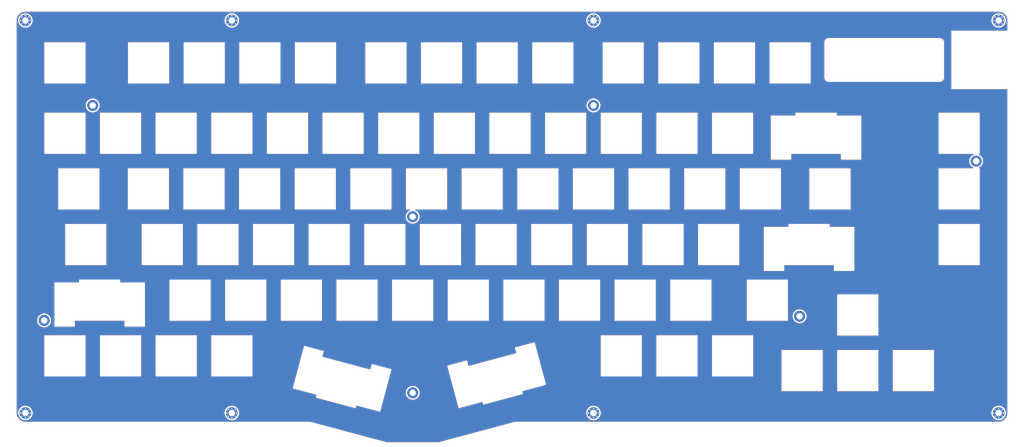
<source format=kicad_pcb>
(kicad_pcb (version 20221018) (generator pcbnew)
  (layers (0 "F.Cu" signal) (31 "B.Cu" signal) (34 "B.Paste" user) (35 "F.Paste" user) (36 "B.SilkS" user "B.Silkscreen") (37 "F.SilkS" user "F.Silkscreen") (38 "B.Mask" user) (39 "F.Mask" user) (44 "Edge.Cuts" user))
  (net 0 "")
  (net 1 "GND")
  (footprint "Keyboard:MountingHole_2.2mm_M2_Pad_Via" (layer "F.Cu") (at 239.5 57.57)
    (fp_text reference "MountBaseTop6" hide)
    (fp_text value "MountingHoleBaseTop1")
    (pad "1" thru_hole circle (at -1.65 0) (size 0.7 0.7) (drill 0.4) (layers "*.Cu" "*.Mask"))
    (pad "1" thru_hole circle (at -1.166726 -1.166726) (size 0.7 0.7) (drill 0.4) (layers "*.Cu" "*.Mask"))
    (pad "1" thru_hole circle (at -1.166726 1.166726) (size 0.7 0.7) (drill 0.4) (layers "*.Cu" "*.Mask"))
    (pad "1" thru_hole circle (at 0 -1.65) (size 0.7 0.7) (drill 0.4) (layers "*.Cu" "*.Mask"))
    (pad "1" thru_hole circle (at 0 0) (size 4 4) (drill 2.2) (layers "*.Cu" "*.Mask"))
    (pad "1" thru_hole circle (at 0 1.65) (size 0.7 0.7) (drill 0.4) (layers "*.Cu" "*.Mask"))
    (pad "1" thru_hole circle (at 1.166726 -1.166726) (size 0.7 0.7) (drill 0.4) (layers "*.Cu" "*.Mask"))
    (pad "1" thru_hole circle (at 1.166726 1.166726) (size 0.7 0.7) (drill 0.4) (layers "*.Cu" "*.Mask"))
    (pad "1" thru_hole circle (at 1.65 0) (size 0.7 0.7) (drill 0.4) (layers "*.Cu" "*.Mask"))
  )
  (footprint "Keyboard:MountingHole_2.2mm_M2_Pad_Via" (layer "F.Cu") (at 115.675 57.57)
    (fp_text reference "MountBaseTop4" hide)
    (fp_text value "MountingHoleBaseTop1")
    (pad "1" thru_hole circle (at -1.65 0) (size 0.7 0.7) (drill 0.4) (layers "*.Cu" "*.Mask"))
    (pad "1" thru_hole circle (at -1.166726 -1.166726) (size 0.7 0.7) (drill 0.4) (layers "*.Cu" "*.Mask"))
    (pad "1" thru_hole circle (at -1.166726 1.166726) (size 0.7 0.7) (drill 0.4) (layers "*.Cu" "*.Mask"))
    (pad "1" thru_hole circle (at 0 -1.65) (size 0.7 0.7) (drill 0.4) (layers "*.Cu" "*.Mask"))
    (pad "1" thru_hole circle (at 0 0) (size 4 4) (drill 2.2) (layers "*.Cu" "*.Mask"))
    (pad "1" thru_hole circle (at 0 1.65) (size 0.7 0.7) (drill 0.4) (layers "*.Cu" "*.Mask"))
    (pad "1" thru_hole circle (at 1.166726 -1.166726) (size 0.7 0.7) (drill 0.4) (layers "*.Cu" "*.Mask"))
    (pad "1" thru_hole circle (at 1.166726 1.166726) (size 0.7 0.7) (drill 0.4) (layers "*.Cu" "*.Mask"))
    (pad "1" thru_hole circle (at 1.65 0) (size 0.7 0.7) (drill 0.4) (layers "*.Cu" "*.Mask"))
  )
  (footprint "Keyboard:MountingHole_2.2mm_M2_Pad" (layer "F.Cu") (at 177.59 124.78)
    (fp_text reference "MountTopMiddle4")
    (fp_text value "MountTopMiddle")
    (pad "1" thru_hole circle (at 0 0) (size 3.8 3.8) (drill 2.2) (layers "*.Cu" "*.Mask"))
  )
  (footprint "Keyboard:MountingHole_2.2mm_M2_Pad" (layer "F.Cu") (at 68.05 86.67)
    (fp_text reference "MountTopMiddle2")
    (fp_text value "MountTopMiddle")
    (pad "1" thru_hole circle (at 0 0) (size 3.8 3.8) (drill 2.2) (layers "*.Cu" "*.Mask"))
  )
  (footprint "Keyboard:MountingHole_2.2mm_M2_Pad_Via" (layer "F.Cu") (at 378.225 191.97)
    (fp_text reference "MountBaseTop7" hide)
    (fp_text value "MountingHoleBaseTop1")
    (pad "1" thru_hole circle (at -1.65 0) (size 0.7 0.7) (drill 0.4) (layers "*.Cu" "*.Mask"))
    (pad "1" thru_hole circle (at -1.166726 -1.166726) (size 0.7 0.7) (drill 0.4) (layers "*.Cu" "*.Mask"))
    (pad "1" thru_hole circle (at -1.166726 1.166726) (size 0.7 0.7) (drill 0.4) (layers "*.Cu" "*.Mask"))
    (pad "1" thru_hole circle (at 0 -1.65) (size 0.7 0.7) (drill 0.4) (layers "*.Cu" "*.Mask"))
    (pad "1" thru_hole circle (at 0 0) (size 4 4) (drill 2.2) (layers "*.Cu" "*.Mask"))
    (pad "1" thru_hole circle (at 0 1.65) (size 0.7 0.7) (drill 0.4) (layers "*.Cu" "*.Mask"))
    (pad "1" thru_hole circle (at 1.166726 -1.166726) (size 0.7 0.7) (drill 0.4) (layers "*.Cu" "*.Mask"))
    (pad "1" thru_hole circle (at 1.166726 1.166726) (size 0.7 0.7) (drill 0.4) (layers "*.Cu" "*.Mask"))
    (pad "1" thru_hole circle (at 1.65 0) (size 0.7 0.7) (drill 0.4) (layers "*.Cu" "*.Mask"))
  )
  (footprint "Keyboard:MountingHole_2.2mm_M2_Pad" (layer "F.Cu") (at 310.06 158.86)
    (fp_text reference "MountTopMiddle5")
    (fp_text value "MountTopMiddle")
    (pad "1" thru_hole circle (at 0 0) (size 3.8 3.8) (drill 2.2) (layers "*.Cu" "*.Mask"))
  )
  (footprint "Keyboard:MountingHole_2.2mm_M2_Pad" (layer "F.Cu") (at 51.43 160.28)
    (fp_text reference "MountTopMiddle1")
    (fp_text value "MountTopMiddle")
    (pad "1" thru_hole circle (at 0 0) (size 3.8 3.8) (drill 2.2) (layers "*.Cu" "*.Mask"))
  )
  (footprint "Keyboard:MountingHole_2.2mm_M2_Pad" (layer "F.Cu") (at 177.62 185.07)
    (fp_text reference "MountTopMiddle3")
    (fp_text value "MountTopMiddle")
    (pad "1" thru_hole circle (at 0 0) (size 3.8 3.8) (drill 2.2) (layers "*.Cu" "*.Mask"))
  )
  (footprint "Keyboard:MountingHole_2.2mm_M2_Pad_Via" (layer "F.Cu") (at 115.675 191.97)
    (fp_text reference "MountBaseTop3" hide)
    (fp_text value "MountingHoleBaseTop1")
    (pad "1" thru_hole circle (at -1.65 0) (size 0.7 0.7) (drill 0.4) (layers "*.Cu" "*.Mask"))
    (pad "1" thru_hole circle (at -1.166726 -1.166726) (size 0.7 0.7) (drill 0.4) (layers "*.Cu" "*.Mask"))
    (pad "1" thru_hole circle (at -1.166726 1.166726) (size 0.7 0.7) (drill 0.4) (layers "*.Cu" "*.Mask"))
    (pad "1" thru_hole circle (at 0 -1.65) (size 0.7 0.7) (drill 0.4) (layers "*.Cu" "*.Mask"))
    (pad "1" thru_hole circle (at 0 0) (size 4 4) (drill 2.2) (layers "*.Cu" "*.Mask"))
    (pad "1" thru_hole circle (at 0 1.65) (size 0.7 0.7) (drill 0.4) (layers "*.Cu" "*.Mask"))
    (pad "1" thru_hole circle (at 1.166726 -1.166726) (size 0.7 0.7) (drill 0.4) (layers "*.Cu" "*.Mask"))
    (pad "1" thru_hole circle (at 1.166726 1.166726) (size 0.7 0.7) (drill 0.4) (layers "*.Cu" "*.Mask"))
    (pad "1" thru_hole circle (at 1.65 0) (size 0.7 0.7) (drill 0.4) (layers "*.Cu" "*.Mask"))
  )
  (footprint "Keyboard:MountingHole_2.2mm_M2_Pad_Via" (layer "F.Cu") (at 45 57.57)
    (fp_text reference "MountBaseTop2" hide)
    (fp_text value "MountingHoleBaseTop1")
    (pad "1" thru_hole circle (at -1.65 0) (size 0.7 0.7) (drill 0.4) (layers "*.Cu" "*.Mask"))
    (pad "1" thru_hole circle (at -1.166726 -1.166726) (size 0.7 0.7) (drill 0.4) (layers "*.Cu" "*.Mask"))
    (pad "1" thru_hole circle (at -1.166726 1.166726) (size 0.7 0.7) (drill 0.4) (layers "*.Cu" "*.Mask"))
    (pad "1" thru_hole circle (at 0 -1.65) (size 0.7 0.7) (drill 0.4) (layers "*.Cu" "*.Mask"))
    (pad "1" thru_hole circle (at 0 0) (size 4 4) (drill 2.2) (layers "*.Cu" "*.Mask"))
    (pad "1" thru_hole circle (at 0 1.65) (size 0.7 0.7) (drill 0.4) (layers "*.Cu" "*.Mask"))
    (pad "1" thru_hole circle (at 1.166726 -1.166726) (size 0.7 0.7) (drill 0.4) (layers "*.Cu" "*.Mask"))
    (pad "1" thru_hole circle (at 1.166726 1.166726) (size 0.7 0.7) (drill 0.4) (layers "*.Cu" "*.Mask"))
    (pad "1" thru_hole circle (at 1.65 0) (size 0.7 0.7) (drill 0.4) (layers "*.Cu" "*.Mask"))
  )
  (footprint "Keyboard:MountingHole_2.2mm_M2_Pad_Via" (layer "F.Cu") (at 378.225 57.57)
    (fp_text reference "MountBaseTop8" hide)
    (fp_text value "MountingHoleBaseTop1")
    (pad "1" thru_hole circle (at -1.65 0) (size 0.7 0.7) (drill 0.4) (layers "*.Cu" "*.Mask"))
    (pad "1" thru_hole circle (at -1.166726 -1.166726) (size 0.7 0.7) (drill 0.4) (layers "*.Cu" "*.Mask"))
    (pad "1" thru_hole circle (at -1.166726 1.166726) (size 0.7 0.7) (drill 0.4) (layers "*.Cu" "*.Mask"))
    (pad "1" thru_hole circle (at 0 -1.65) (size 0.7 0.7) (drill 0.4) (layers "*.Cu" "*.Mask"))
    (pad "1" thru_hole circle (at 0 0) (size 4 4) (drill 2.2) (layers "*.Cu" "*.Mask"))
    (pad "1" thru_hole circle (at 0 1.65) (size 0.7 0.7) (drill 0.4) (layers "*.Cu" "*.Mask"))
    (pad "1" thru_hole circle (at 1.166726 -1.166726) (size 0.7 0.7) (drill 0.4) (layers "*.Cu" "*.Mask"))
    (pad "1" thru_hole circle (at 1.166726 1.166726) (size 0.7 0.7) (drill 0.4) (layers "*.Cu" "*.Mask"))
    (pad "1" thru_hole circle (at 1.65 0) (size 0.7 0.7) (drill 0.4) (layers "*.Cu" "*.Mask"))
  )
  (footprint "Keyboard:MountingHole_2.2mm_M2_Pad_Via" (layer "F.Cu") (at 45 191.97)
    (fp_text reference "MountBaseTop1" hide)
    (fp_text value "MountingHoleBaseTop1")
    (pad "1" thru_hole circle (at -1.65 0) (size 0.7 0.7) (drill 0.4) (layers "*.Cu" "*.Mask"))
    (pad "1" thru_hole circle (at -1.166726 -1.166726) (size 0.7 0.7) (drill 0.4) (layers "*.Cu" "*.Mask"))
    (pad "1" thru_hole circle (at -1.166726 1.166726) (size 0.7 0.7) (drill 0.4) (layers "*.Cu" "*.Mask"))
    (pad "1" thru_hole circle (at 0 -1.65) (size 0.7 0.7) (drill 0.4) (layers "*.Cu" "*.Mask"))
    (pad "1" thru_hole circle (at 0 0) (size 4 4) (drill 2.2) (layers "*.Cu" "*.Mask"))
    (pad "1" thru_hole circle (at 0 1.65) (size 0.7 0.7) (drill 0.4) (layers "*.Cu" "*.Mask"))
    (pad "1" thru_hole circle (at 1.166726 -1.166726) (size 0.7 0.7) (drill 0.4) (layers "*.Cu" "*.Mask"))
    (pad "1" thru_hole circle (at 1.166726 1.166726) (size 0.7 0.7) (drill 0.4) (layers "*.Cu" "*.Mask"))
    (pad "1" thru_hole circle (at 1.65 0) (size 0.7 0.7) (drill 0.4) (layers "*.Cu" "*.Mask"))
  )
  (footprint "Keyboard:MountingHole_2.2mm_M2_Pad" (layer "F.Cu") (at 370.53 105.74)
    (fp_text reference "MountTopMiddle7")
    (fp_text value "MountTopMiddle")
    (pad "1" thru_hole circle (at 0 0) (size 3.8 3.8) (drill 2.2) (layers "*.Cu" "*.Mask"))
  )
  (footprint "Keyboard:MountingHole_2.2mm_M2_Pad" (layer "F.Cu") (at 239.5 86.67)
    (fp_text reference "MountTopMiddle6")
    (fp_text value "MountTopMiddle")
    (pad "1" thru_hole circle (at 0 0) (size 3.8 3.8) (drill 2.2) (layers "*.Cu" "*.Mask"))
  )
  (footprint "Keyboard:MountingHole_2.2mm_M2_Pad_Via" (layer "F.Cu") (at 239.5 191.97)
    (fp_text reference "MountBaseTop5" hide)
    (fp_text value "MountingHoleBaseTop1")
    (pad "1" thru_hole circle (at -1.65 0) (size 0.7 0.7) (drill 0.4) (layers "*.Cu" "*.Mask"))
    (pad "1" thru_hole circle (at -1.166726 -1.166726) (size 0.7 0.7) (drill 0.4) (layers "*.Cu" "*.Mask"))
    (pad "1" thru_hole circle (at -1.166726 1.166726) (size 0.7 0.7) (drill 0.4) (layers "*.Cu" "*.Mask"))
    (pad "1" thru_hole circle (at 0 -1.65) (size 0.7 0.7) (drill 0.4) (layers "*.Cu" "*.Mask"))
    (pad "1" thru_hole circle (at 0 0) (size 4 4) (drill 2.2) (layers "*.Cu" "*.Mask"))
    (pad "1" thru_hole circle (at 0 1.65) (size 0.7 0.7) (drill 0.4) (layers "*.Cu" "*.Mask"))
    (pad "1" thru_hole circle (at 1.166726 -1.166726) (size 0.7 0.7) (drill 0.4) (layers "*.Cu" "*.Mask"))
    (pad "1" thru_hole circle (at 1.166726 1.166726) (size 0.7 0.7) (drill 0.4) (layers "*.Cu" "*.Mask"))
    (pad "1" thru_hole circle (at 1.65 0) (size 0.7 0.7) (drill 0.4) (layers "*.Cu" "*.Mask"))
  )
  (gr_line (start 289.60125 108.2) (end 303.70125 108.2) (stroke (width 0.05)) (layer "Edge.Cuts"))
  (gr_line (start 261.67625 65.05) (end 275.77625 65.05) (stroke (width 0.05)) (layer "Edge.Cuts"))
  (gr_line (start 299.77625 65.05) (end 313.87625 65.05) (stroke (width 0.05)) (layer "Edge.Cuts"))
  (gr_line (start 170.363596 176.992722) (end 166.455429 191.578202) (stroke (width 0.05)) (layer "Edge.Cuts"))
  (gr_line (start 122.73125 179.45) (end 108.63125 179.45) (stroke (width 0.05)) (layer "Edge.Cuts"))
  (gr_line (start 256.72625 65.05) (end 256.72625 79.15) (stroke (width 0.05)) (layer "Edge.Cuts"))
  (gr_line (start 113.27625 79.15) (end 99.17625 79.15) (stroke (width 0.05)) (layer "Edge.Cuts"))
  (gr_line (start 280.07625 179.45) (end 280.07625 165.35) (stroke (width 0.05)) (layer "Edge.Cuts"))
  (gr_line (start 94.33875 160.4) (end 94.33875 146.3) (stroke (width 0.05)) (layer "Edge.Cuts"))
  (gr_line (start 261.02625 89.15) (end 275.12625 89.15) (stroke (width 0.05)) (layer "Edge.Cuts"))
  (gr_line (start 315.7 103.245) (end 324.2 103.245) (stroke (width 0.05)) (layer "Edge.Cuts"))
  (gr_line (start 204.901114 173.680253) (end 213.111483 171.480291) (stroke (width 0.05)) (layer "Edge.Cuts"))
  (gr_line (start 179.87625 89.15) (end 179.87625 103.25) (stroke (width 0.05)) (layer "Edge.Cuts"))
  (gr_line (start 113.20125 122.3) (end 99.10125 122.3) (stroke (width 0.05)) (layer "Edge.Cuts"))
  (gr_line (start 161.37625 65.05) (end 175.47625 65.05) (stroke (width 0.05)) (layer "Edge.Cuts"))
  (gr_line (start 146.53875 160.4) (end 132.43875 160.4) (stroke (width 0.05)) (layer "Edge.Cuts"))
  (gr_line (start 217.97625 103.25) (end 203.87625 103.25) (stroke (width 0.05)) (layer "Edge.Cuts"))
  (gr_line (start 260.83875 146.3) (end 260.83875 160.4) (stroke (width 0.05)) (layer "Edge.Cuts"))
  (gr_line (start 70.34 122.3) (end 56.24 122.3) (stroke (width 0.05)) (layer "Edge.Cuts"))
  (gr_line (start 198.92625 89.15) (end 198.92625 103.25) (stroke (width 0.05)) (layer "Edge.Cuts"))
  (gr_line (start 127.48875 160.4) (end 113.38875 160.4) (stroke (width 0.05)) (layer "Edge.Cuts"))
  (gr_line (start 103.67625 103.25) (end 89.57625 103.25) (stroke (width 0.05)) (layer "Edge.Cuts"))
  (gr_line (start 94.22625 65.05) (end 94.22625 79.15) (stroke (width 0.05)) (layer "Edge.Cuts"))
  (gr_line (start 359.525 65.095) (end 359.525 77.095) (stroke (width 0.05)) (layer "Edge.Cuts"))
  (gr_line (start 194.35125 122.3) (end 194.35125 108.2) (stroke (width 0.05)) (layer "Edge.Cuts"))
  (gr_line (start 331.2 105.245) (end 331.2 90.145) (stroke (width 0.05)) (layer "Edge.Cuts"))
  (gr_line (start 307.2 105.245) (end 300.2 105.245) (stroke (width 0.05)) (layer "Edge.Cuts"))
  (gr_line (start 61.93125 160.395) (end 61.93125 162.395) (stroke (width 0.05)) (layer "Edge.Cuts"))
  (gr_line (start 357.65125 89.15) (end 371.75125 89.15) (stroke (width 0.05)) (layer "Edge.Cuts"))
  (gr_line (start 65.57625 179.45) (end 51.47625 179.45) (stroke (width 0.05)) (layer "Edge.Cuts"))
  (gr_line (start 320.025 63.595) (end 358.025 63.595) (stroke (width 0.05)) (layer "Edge.Cuts"))
  (gr_line (start 223.263494 182.322186) (end 215.10142 184.509207) (stroke (width 0.05)) (layer "Edge.Cuts"))
  (gr_line (start 246.55125 108.2) (end 246.55125 122.3) (stroke (width 0.05)) (layer "Edge.Cuts"))
  (gr_circle (center 45 191.97) (end 46.1 191.97) (stroke (width 0.05)) (fill none) (layer "Edge.Cuts"))
  (gr_line (start 304.81875 143.345) (end 297.81875 143.345) (stroke (width 0.05)) (layer "Edge.Cuts"))
  (gr_circle (center 239.5 57.57) (end 240.6 57.57) (stroke (width 0.05)) (fill none) (layer "Edge.Cuts"))
  (gr_line (start 371.75125 122.3) (end 357.65125 122.3) (stroke (width 0.05)) (layer "Edge.Cuts"))
  (gr_line (start 151.37625 79.15) (end 137.27625 79.15) (stroke (width 0.05)) (layer "Edge.Cuts"))
  (gr_line (start 189.58875 146.3) (end 203.68875 146.3) (stroke (width 0.05)) (layer "Edge.Cuts"))
  (gr_line (start 144.673801 185.741832) (end 136.511728 183.554811) (stroke (width 0.05)) (layer "Edge.Cuts"))
  (gr_line (start 58.62 141.35) (end 58.62 127.25) (stroke (width 0.05)) (layer "Edge.Cuts"))
  (gr_line (start 294.17625 89.15) (end 294.17625 103.25) (stroke (width 0.05)) (layer "Edge.Cuts"))
  (gr_line (start 142.505203 194.97) (end 168.62924 201.969915) (stroke (width 0.05)) (layer "Edge.Cuts"))
  (gr_line (start 117.96375 141.35) (end 103.86375 141.35) (stroke (width 0.05)) (layer "Edge.Cuts"))
  (gr_line (start 321.81875 143.345) (end 321.81875 141.345) (stroke (width 0.05)) (layer "Edge.Cuts"))
  (gr_line (start 194.52625 79.15) (end 180.42625 79.15) (stroke (width 0.05)) (layer "Edge.Cuts"))
  (gr_line (start 151.30125 122.3) (end 137.20125 122.3) (stroke (width 0.05)) (layer "Edge.Cuts"))
  (gr_line (start 103.86375 127.25) (end 117.96375 127.25) (stroke (width 0.05)) (layer "Edge.Cuts"))
  (gr_line (start 242.62625 79.15) (end 242.62625 65.05) (stroke (width 0.05)) (layer "Edge.Cuts"))
  (gr_line (start 144.416276 186.702928) (end 144.673801 185.741832) (stroke (width 0.05)) (layer "Edge.Cuts"))
  (gr_line (start 184.82625 103.25) (end 184.82625 89.15) (stroke (width 0.05)) (layer "Edge.Cuts"))
  (gr_arc (start 359.525 77.095) (mid 359.08566 78.15566) (end 358.025 78.595) (stroke (width 0.05)) (layer "Edge.Cuts"))
  (gr_line (start 327.515 122.3) (end 313.415 122.3) (stroke (width 0.05)) (layer "Edge.Cuts"))
  (gr_line (start 189.58875 160.4) (end 189.58875 146.3) (stroke (width 0.05)) (layer "Edge.Cuts"))
  (gr_circle (center 378.225 57.57) (end 379.325 57.57) (stroke (width 0.05)) (fill none) (layer "Edge.Cuts"))
  (gr_line (start 180.42625 65.05) (end 194.52625 65.05) (stroke (width 0.05)) (layer "Edge.Cuts"))
  (gr_line (start 189.40125 108.2) (end 189.40125 122.3) (stroke (width 0.05)) (layer "Edge.Cuts"))
  (gr_line (start 241.78875 160.4) (end 227.68875 160.4) (stroke (width 0.05)) (layer "Edge.Cuts"))
  (gr_line (start 294.82625 65.05) (end 294.82625 79.15) (stroke (width 0.05)) (layer "Edge.Cuts"))
  (gr_line (start 313.415 108.2) (end 327.515 108.2) (stroke (width 0.05)) (layer "Edge.Cuts"))
  (gr_line (start 70.43125 160.395) (end 61.93125 160.395) (stroke (width 0.05)) (layer "Edge.Cuts"))
  (gr_line (start 65.57625 79.15) (end 51.47625 79.15) (stroke (width 0.05)) (layer "Edge.Cuts"))
  (gr_line (start 151.48875 160.4) (end 151.48875 146.3) (stroke (width 0.05)) (layer "Edge.Cuts"))
  (gr_line (start 99.10125 122.3) (end 99.10125 108.2) (stroke (width 0.05)) (layer "Edge.Cuts"))
  (gr_line (start 184.63875 160.4) (end 170.53875 160.4) (stroke (width 0.05)) (layer "Edge.Cuts"))
  (gr_line (start 113.38875 146.3) (end 127.48875 146.3) (stroke (width 0.05)) (layer "Edge.Cuts"))
  (gr_line (start 208.45125 108.2) (end 208.45125 122.3) (stroke (width 0.05)) (layer "Edge.Cuts"))
  (gr_line (start 94.15125 122.3) (end 80.05125 122.3) (stroke (width 0.05)) (layer "Edge.Cuts"))
  (gr_line (start 246.55125 122.3) (end 232.45125 122.3) (stroke (width 0.05)) (layer "Edge.Cuts"))
  (gr_line (start 284.65125 108.2) (end 284.65125 122.3) (stroke (width 0.05)) (layer "Edge.Cuts"))
  (gr_line (start 256.07625 103.25) (end 241.97625 103.25) (stroke (width 0.05)) (layer "Edge.Cuts"))
  (gr_line (start 84.63125 179.45) (end 70.53125 179.45) (stroke (width 0.05)) (layer "Edge.Cuts"))
  (gr_line (start 315.7 103.245) (end 307.2 103.245) (stroke (width 0.05)) (layer "Edge.Cuts"))
  (gr_line (start 219.355326 167.736706) (end 223.263494 182.322186) (stroke (width 0.05)) (layer "Edge.Cuts"))
  (gr_line (start 227.50125 122.3) (end 213.40125 122.3) (stroke (width 0.05)) (layer "Edge.Cuts"))
  (gr_line (start 156.06375 141.35) (end 141.96375 141.35) (stroke (width 0.05)) (layer "Edge.Cuts"))
  (gr_line (start 108.43875 160.4) (end 94.33875 160.4) (stroke (width 0.05)) (layer "Edge.Cuts"))
  (gr_line (start 356.08875 184.5) (end 341.98875 184.5) (stroke (width 0.05)) (layer "Edge.Cuts"))
  (gr_line (start 56.24 108.2) (end 70.34 108.2) (stroke (width 0.05)) (layer "Edge.Cuts"))
  (gr_line (start 218.16375 141.35) (end 218.16375 127.25) (stroke (width 0.05)) (layer "Edge.Cuts"))
  (gr_line (start 94.15125 108.2) (end 94.15125 122.3) (stroke (width 0.05)) (layer "Edge.Cuts"))
  (gr_line (start 161.01375 141.35) (end 161.01375 127.25) (stroke (width 0.05)) (layer "Edge.Cuts"))
  (gr_line (start 203.87625 89.15) (end 217.97625 89.15) (stroke (width 0.05)) (layer "Edge.Cuts"))
  (gr_line (start 275.77625 65.05) (end 275.77625 79.15) (stroke (width 0.05)) (layer "Edge.Cuts"))
  (gr_line (start 161.37625 79.15) (end 161.37625 65.05) (stroke (width 0.05)) (layer "Edge.Cuts"))
  (gr_line (start 160.82625 89.15) (end 160.82625 103.25) (stroke (width 0.05)) (layer "Edge.Cuts"))
  (gr_line (start 146.72625 103.25) (end 146.72625 89.15) (stroke (width 0.05)) (layer "Edge.Cuts"))
  (gr_line (start 261.02625 165.35) (end 275.12625 165.35) (stroke (width 0.05)) (layer "Edge.Cuts"))
  (gr_line (start 357.65125 108.2) (end 371.75125 108.2) (stroke (width 0.05)) (layer "Edge.Cuts"))
  (gr_line (start 80.12625 65.05) (end 94.22625 65.05) (stroke (width 0.05)) (layer "Edge.Cuts"))
  (gr_line (start 261.02625 179.45) (end 261.02625 165.35) (stroke (width 0.05)) (layer "Edge.Cuts"))
  (gr_line (start 357.65125 122.3) (end 357.65125 108.2) (stroke (width 0.05)) (layer "Edge.Cuts"))
  (gr_arc (start 42 57.57) (mid 42.878679 55.448679) (end 45 54.57) (stroke (width 0.05)) (layer "Edge.Cuts"))
  (gr_line (start 108.62625 103.25) (end 108.62625 89.15) (stroke (width 0.05)) (layer "Edge.Cuts"))
  (gr_line (start 208.45125 122.3) (end 194.35125 122.3) (stroke (width 0.05)) (layer "Edge.Cuts"))
  (gr_line (start 89.57625 89.15) (end 103.67625 89.15) (stroke (width 0.05)) (layer "Edge.Cuts"))
  (gr_line (start 213.40125 122.3) (end 213.40125 108.2) (stroke (width 0.05)) (layer "Edge.Cuts"))
  (gr_line (start 156.25125 108.2) (end 170.35125 108.2) (stroke (width 0.05)) (layer "Edge.Cuts"))
  (gr_line (start 213.57625 65.05) (end 213.57625 79.15) (stroke (width 0.05)) (layer "Edge.Cuts"))
  (gr_line (start 313.31875 141.345) (end 304.81875 141.345) (stroke (width 0.05)) (layer "Edge.Cuts"))
  (gr_line (start 132.32625 79.15) (end 118.22625 79.15) (stroke (width 0.05)) (layer "Edge.Cuts"))
  (gr_line (start 303.70125 108.2) (end 303.70125 122.3) (stroke (width 0.05)) (layer "Edge.Cuts"))
  (gr_line (start 270.36375 141.35) (end 256.26375 141.35) (stroke (width 0.05)) (layer "Edge.Cuts"))
  (gr_line (start 180.42625 79.15) (end 180.42625 65.05) (stroke (width 0.05)) (layer "Edge.Cuts"))
  (gr_line (start 51.47625 89.15) (end 65.57625 89.15) (stroke (width 0.05)) (layer "Edge.Cuts"))
  (gr_line (start 65.57625 65.05) (end 65.57625 79.15) (stroke (width 0.05)) (layer "Edge.Cuts"))
  (gr_line (start 77.48125 146.3) (end 77.48125 147.295) (stroke (width 0.05)) (layer "Edge.Cuts"))
  (gr_line (start 241.97625 165.35) (end 256.07625 165.35) (stroke (width 0.05)) (layer "Edge.Cuts"))
  (gr_line (start 199.47625 65.05) (end 213.57625 65.05) (stroke (width 0.05)) (layer "Edge.Cuts"))
  (gr_line (start 65.57625 89.15) (end 65.57625 103.25) (stroke (width 0.05)) (layer "Edge.Cuts"))
  (gr_line (start 137.01375 127.25) (end 137.01375 141.35) (stroke (width 0.05)) (layer "Edge.Cuts"))
  (gr_line (start 194.16375 141.35) (end 180.06375 141.35) (stroke (width 0.05)) (layer "Edge.Cuts"))
  (gr_line (start 208.63875 146.3) (end 222.73875 146.3) (stroke (width 0.05)) (layer "Edge.Cuts"))
  (gr_line (start 158.034536 190.357106) (end 158.293355 189.391181) (stroke (width 0.05)) (layer "Edge.Cuts"))
  (gr_line (start 65.57625 103.25) (end 51.47625 103.25) (stroke (width 0.05)) (layer "Edge.Cuts"))
  (gr_line (start 122.91375 127.25) (end 137.01375 127.25) (stroke (width 0.05)) (layer "Edge.Cuts"))
  (gr_line (start 72.72 141.35) (end 58.62 141.35) (stroke (width 0.05)) (layer "Edge.Cuts"))
  (gr_line (start 218.16375 127.25) (end 232.26375 127.25) (stroke (width 0.05)) (layer "Edge.Cuts"))
  (gr_circle (center 115.675 191.97) (end 116.775 191.97) (stroke (width 0.05)) (fill none) (layer "Edge.Cuts"))
  (gr_line (start 300.2 105.245) (end 300.2 90.145) (stroke (width 0.05)) (layer "Edge.Cuts"))
  (gr_line (start 306.26875 127.245) (end 306.26875 128.245) (stroke (width 0.05)) (layer "Edge.Cuts"))
  (gr_line (start 308.65 89.145) (end 322.75 89.145) (stroke (width 0.05)) (layer "Edge.Cuts"))
  (gr_circle (center 378.225 191.97) (end 379.325 191.97) (stroke (width 0.05)) (fill none) (layer "Edge.Cuts"))
  (gr_line (start 194.16375 127.25) (end 194.16375 141.35) (stroke (width 0.05)) (layer "Edge.Cuts"))
  (gr_line (start 337.03875 170.4) (end 337.03875 184.5) (stroke (width 0.05)) (layer "Edge.Cuts"))
  (gr_line (start 156.06375 127.25) (end 156.06375 141.35) (stroke (width 0.05)) (layer "Edge.Cuts"))
  (gr_line (start 251.50125 122.3) (end 251.50125 108.2) (stroke (width 0.05)) (layer "Edge.Cuts"))
  (gr_line (start 108.62625 89.15) (end 122.72625 89.15) (stroke (width 0.05)) (layer "Edge.Cuts"))
  (gr_line (start 362.025 81.07) (end 381.225 81.07) (stroke (width 0.05)) (layer "Edge.Cuts"))
  (gr_arc (start 378.225 54.57) (mid 380.346321 55.448679) (end 381.225 57.57) (stroke (width 0.05)) (layer "Edge.Cuts"))
  (gr_line (start 300.2 90.145) (end 308.65 90.145) (stroke (width 0.05)) (layer "Edge.Cuts"))
  (gr_line (start 213.40125 108.2) (end 227.50125 108.2) (stroke (width 0.05)) (layer "Edge.Cuts"))
  (gr_circle (center 45 57.57) (end 46.1 57.57) (stroke (width 0.05)) (fill none) (layer "Edge.Cuts"))
  (gr_line (start 140.419896 168.969331) (end 136.511728 183.554811) (stroke (width 0.05)) (layer "Edge.Cuts"))
  (gr_line (start 201.481866 188.158556) (end 193.319793 190.345577) (stroke (width 0.05)) (layer "Edge.Cuts"))
  (gr_line (start 113.20125 108.2) (end 113.20125 122.3) (stroke (width 0.05)) (layer "Edge.Cuts"))
  (gr_line (start 371.75125 141.35) (end 357.65125 141.35) (stroke (width 0.05)) (layer "Edge.Cuts"))
  (gr_line (start 54.93125 147.295) (end 63.38125 147.295) (stroke (width 0.05)) (layer "Edge.Cuts"))
  (gr_line (start 165.77625 103.25) (end 165.77625 89.15) (stroke (width 0.05)) (layer "Edge.Cuts"))
  (gr_line (start 313.31875 141.345) (end 321.81875 141.345) (stroke (width 0.05)) (layer "Edge.Cuts"))
  (gr_line (start 237.21375 141.35) (end 237.21375 127.25) (stroke (width 0.05)) (layer "Edge.Cuts"))
  (gr_line (start 291.9825 146.3) (end 306.0825 146.3) (stroke (width 0.05)) (layer "Edge.Cuts"))
  (gr_line (start 122.91375 141.35) (end 122.91375 127.25) (stroke (width 0.05)) (layer "Edge.Cuts"))
  (gr_line (start 322.93875 184.5) (end 322.93875 170.4) (stroke (width 0.05)) (layer "Edge.Cuts"))
  (gr_line (start 322.75 90.145) (end 331.2 90.145) (stroke (width 0.05)) (layer "Edge.Cuts"))
  (gr_line (start 42 191.97) (end 42 57.57) (stroke (width 0.05)) (layer "Edge.Cuts"))
  (gr_line (start 294.17625 179.45) (end 280.07625 179.45) (stroke (width 0.05)) (layer "Edge.Cuts"))
  (gr_arc (start 45 194.97) (mid 42.878679 194.091321) (end 42 191.97) (stroke (width 0.05)) (layer "Edge.Cuts"))
  (gr_line (start 212.669797 194.97) (end 378.225 194.97) (stroke (width 0.05)) (layer "Edge.Cuts"))
  (gr_line (start 256.72625 79.15) (end 242.62625 79.15) (stroke (width 0.05)) (layer "Edge.Cuts"))
  (gr_line (start 63.38125 146.295) (end 63.38125 147.295) (stroke (width 0.05)) (layer "Edge.Cuts"))
  (gr_arc (start 358.025 63.595) (mid 359.08566 64.03434) (end 359.525 65.095) (stroke (width 0.05)) (layer "Edge.Cuts"))
  (gr_line (start 89.58125 165.35) (end 103.68125 165.35) (stroke (width 0.05)) (layer "Edge.Cuts"))
  (gr_line (start 175.11375 127.25) (end 175.11375 141.35) (stroke (width 0.05)) (layer "Edge.Cuts"))
  (gr_line (start 328.81875 143.345) (end 328.81875 128.245) (stroke (width 0.05)) (layer "Edge.Cuts"))
  (gr_line (start 303.70125 122.3) (end 289.60125 122.3) (stroke (width 0.05)) (layer "Edge.Cuts"))
  (gr_line (start 357.65125 141.35) (end 357.65125 127.25) (stroke (width 0.05)) (layer "Edge.Cuts"))
  (gr_line (start 179.87625 103.25) (end 165.77625 103.25) (stroke (width 0.05)) (layer "Edge.Cuts"))
  (gr_line (start 270.36375 127.25) (end 270.36375 141.35) (stroke (width 0.05)) (layer "Edge.Cuts"))
  (gr_line (start 80.05125 122.3) (end 80.05125 108.2) (stroke (width 0.05)) (layer "Edge.Cuts"))
  (gr_line (start 322.93875 151.35) (end 337.03875 151.35) (stroke (width 0.05)) (layer "Edge.Cuts"))
  (gr_line (start 77.48125 147.295) (end 85.93125 147.295) (stroke (width 0.05)) (layer "Edge.Cuts"))
  (gr_line (start 306.0825 160.4) (end 291.9825 160.4) (stroke (width 0.05)) (layer "Edge.Cuts"))
  (gr_line (start 215.360239 185.475133) (end 215.10142 184.509207) (stroke (width 0.05)) (layer "Edge.Cuts"))
  (gr_line (start 324.2 105.245) (end 324.2 103.245) (stroke (width 0.05)) (layer "Edge.Cuts"))
  (gr_line (start 256.07625 89.15) (end 256.07625 103.25) (stroke (width 0.05)) (layer "Edge.Cuts"))
  (gr_line (start 306.0825 146.3) (end 306.0825 160.4) (stroke (width 0.05)) (layer "Edge.Cuts"))
  (gr_line (start 175.47625 79.15) (end 161.37625 79.15) (stroke (width 0.05)) (layer "Edge.Cuts"))
  (gr_line (start 222.92625 103.25) (end 222.92625 89.15) (stroke (width 0.05)) (layer "Edge.Cuts"))
  (gr_line (start 322.93875 165.45) (end 322.93875 151.35) (stroke (width 0.05)) (layer "Edge.Cuts"))
  (gr_line (start 54.93125 162.395) (end 54.93125 147.295) (stroke (width 0.05)) (layer "Edge.Cuts"))
  (gr_line (start 137.01375 141.35) (end 122.91375 141.35) (stroke (width 0.05)) (layer "Edge.Cuts"))
  (gr_line (start 306.26875 127.245) (end 320.36875 127.245) (stroke (width 0.05)) (layer "Edge.Cuts"))
  (gr_line (start 85.93125 162.395) (end 85.93125 147.295) (stroke (width 0.05)) (layer "Edge.Cuts"))
  (gr_line (start 294.17625 165.35) (end 294.17625 179.45) (stroke (width 0.05)) (layer "Edge.Cuts"))
  (gr_line (start 251.50125 108.2) (end 265.60125 108.2) (stroke (width 0.05)) (layer "Edge.Cuts"))
  (gr_line (start 99.17625 65.05) (end 113.27625 65.05) (stroke (width 0.05)) (layer "Edge.Cuts"))
  (gr_line (start 118.22625 65.05) (end 132.32625 65.05) (stroke (width 0.05)) (layer "Edge.Cuts"))
  (gr_line (start 322.75 89.15) (end 322.75 90.145) (stroke (width 0.05)) (layer "Edge.Cuts"))
  (gr_line (start 303.88875 170.4) (end 317.98875 170.4) (stroke (width 0.05)) (layer "Edge.Cuts"))
  (gr_line (start 175.47625 65.05) (end 175.47625 79.15) (stroke (width 0.05)) (layer "Edge.Cuts"))
  (gr_line (start 146.72625 89.15) (end 160.82625 89.15) (stroke (width 0.05)) (layer "Edge.Cuts"))
  (gr_line (start 141.96375 141.35) (end 141.96375 127.25) (stroke (width 0.05)) (layer "Edge.Cuts"))
  (gr_line (start 222.92625 89.15) (end 237.02625 89.15) (stroke (width 0.05)) (layer "Edge.Cuts"))
  (gr_line (start 362.025 81.07) (end 362.025 61.07) (stroke (width 0.05)) (layer "Edge.Cuts"))
  (gr_line (start 154.874108 174.912878) (end 146.663738 172.712916) (stroke (width 0.05)) (layer "Edge.Cuts"))
  (gr_line (start 61.93125 162.395) (end 54.93125 162.395) (stroke (width 0.05)) (layer "Edge.Cuts"))
  (gr_line (start 165.77625 89.15) (end 179.87625 89.15) (stroke (width 0.05)) (layer "Edge.Cuts"))
  (gr_line (start 51.47625 103.25) (end 51.47625 89.15) (stroke (width 0.05)) (layer "Edge.Cuts"))
  (gr_line (start 80.05125 108.2) (end 94.15125 108.2) (stroke (width 0.05)) (layer "Edge.Cuts"))
  (gr_line (start 137.20125 108.2) (end 151.30125 108.2) (stroke (width 0.05)) (layer "Edge.Cuts"))
  (gr_line (start 371.75125 108.2) (end 371.75125 122.3) (stroke (width 0.05)) (layer "Edge.Cuts"))
  (gr_line (start 51.47625 165.35) (end 65.57625 165.35) (stroke (width 0.05)) (layer "Edge.Cuts"))
  (gr_line (start 289.41375 127.25) (end 289.41375 141.35) (stroke (width 0.05)) (layer "Edge.Cuts"))
  (gr_line (start 324.2 105.245) (end 331.2 105.245) (stroke (width 0.05)) (layer "Edge.Cuts"))
  (gr_line (start 275.12625 103.25) (end 261.02625 103.25) (stroke (width 0.05)) (layer "Edge.Cuts"))
  (gr_line (start 166.455429 191.578202) (end 158.293355 189.391181) (stroke (width 0.05)) (layer "Edge.Cuts"))
  (gr_line (start 241.97625 89.15) (end 256.07625 89.15) (stroke (width 0.05)) (layer "Edge.Cuts"))
  (gr_line (start 161.01375 127.25) (end 175.11375 127.25) (stroke (width 0.05)) (layer "Edge.Cuts"))
  (gr_line (start 208.63875 160.4) (end 208.63875 146.3) (stroke (width 0.05)) (layer "Edge.Cuts"))
  (gr_line (start 362.025 61.07) (end 381.225 61.07) (stroke (width 0.05)) (layer "Edge.Cuts"))
  (gr_line (start 280.72625 65.05) (end 294.82625 65.05) (stroke (width 0.05)) (layer "Edge.Cuts"))
  (gr_line (start 280.07625 89.15) (end 294.17625 89.15) (stroke (width 0.05)) (layer "Edge.Cuts"))
  (gr_line (start 297.81875 143.345) (end 297.81875 128.245) (stroke (width 0.05)) (layer "Edge.Cuts"))
  (gr_line (start 84.81375 141.35) (end 84.81375 127.25) (stroke (width 0.05)) (layer "Edge.Cuts"))
  (gr_line (start 289.41375 141.35) (end 275.31375 141.35) (stroke (width 0.05)) (layer "Edge.Cuts"))
  (gr_line (start 141.77625 89.15) (end 141.77625 103.25) (stroke (width 0.05)) (layer "Edge.Cuts"))
  (gr_line (start 132.32625 65.05) (end 132.32625 79.15) (stroke (width 0.05)) (layer "Edge.Cuts"))
  (gr_line (start 232.26375 141.35) (end 218.16375 141.35) (stroke (width 0.05)) (layer "Edge.Cuts"))
  (gr_line (start 137.27625 65.05) (end 151.37625 65.05) (stroke (width 0.05)) (layer "Edge.Cuts"))
  (gr_line (start 160.82625 103.25) (end 146.72625 103.25) (stroke (width 0.05)) (layer "Edge.Cuts"))
  (gr_line (start 313.415 122.3) (end 313.415 108.2) (stroke (width 0.05)) (layer "Edge.Cuts"))
  (gr_line (start 156.25125 122.3) (end 156.25125 108.2) (stroke (width 0.05)) (layer "Edge.Cuts"))
  (gr_line (start 199.11375 141.35) (end 199.11375 127.25) (stroke (width 0.05)) (layer "Edge.Cuts"))
  (gr_line (start 371.75125 103.25) (end 357.65125 103.25) (stroke (width 0.05)) (layer "Edge.Cuts"))
  (gr_line (start 280.07625 165.35) (end 294.17625 165.35) (stroke (width 0.05)) (layer "Edge.Cuts"))
  (gr_line (start 289.60125 122.3) (end 289.60125 108.2) (stroke (width 0.05)) (layer "Edge.Cuts"))
  (gr_line (start 137.20125 122.3) (end 137.20125 108.2) (stroke (width 0.05)) (layer "Edge.Cuts"))
  (gr_line (start 270.55125 122.3) (end 270.55125 108.2) (stroke (width 0.05)) (layer "Edge.Cuts"))
  (gr_line (start 261.02625 103.25) (end 261.02625 89.15) (stroke (width 0.05)) (layer "Edge.Cuts"))
  (gr_line (start 227.68875 146.3) (end 241.78875 146.3) (stroke (width 0.05)) (layer "Edge.Cuts"))
  (gr_line (start 241.97625 179.45) (end 241.97625 165.35) (stroke (width 0.05)) (layer "Edge.Cuts"))
  (gr_line (start 84.81375 127.25) (end 98.91375 127.25) (stroke (width 0.05)) (layer "Edge.Cuts"))
  (gr_line (start 270.55125 108.2) (end 284.65125 108.2) (stroke (width 0.05)) (layer "Edge.Cuts"))
  (gr_line (start 232.45125 122.3) (end 232.45125 108.2) (stroke (width 0.05)) (layer "Edge.Cuts"))
  (gr_line (start 184.63875 146.3) (end 184.63875 160.4) (stroke (width 0.05)) (layer "Edge.Cuts"))
  (gr_line (start 194.35125 108.2) (end 208.45125 108.2) (stroke (width 0.05)) (layer "Edge.Cuts"))
  (gr_line (start 163.084477 177.11284) (end 163.602115 175.180988) (stroke (width 0.05)) (layer "Edge.Cuts"))
  (gr_line (start 320.36875 128.245) (end 328.81875 128.245) (stroke (width 0.05)) (layer "Edge.Cuts"))
  (gr_line (start 275.31375 141.35) (end 275.31375 127.25) (stroke (width 0.05)) (layer "Edge.Cuts"))
  (gr_line (start 217.97625 89.15) (end 217.97625 103.25) (stroke (width 0.05)) (layer "Edge.Cuts"))
  (gr_line (start 327.515 108.2) (end 327.515 122.3) (stroke (width 0.05)) (layer "Edge.Cuts"))
  (gr_line (start 118.15125 108.2) (end 132.25125 108.2) (stroke (width 0.05)) (layer "Edge.Cuts"))
  (gr_line (start 275.12625 89.15) (end 275.12625 103.25) (stroke (width 0.05)) (layer "Edge.Cuts"))
  (gr_line (start 304.81875 141.345) (end 304.81875 143.345) (stroke (width 0.05)) (layer "Edge.Cuts"))
  (gr_line (start 284.65125 122.3) (end 270.55125 122.3) (stroke (width 0.05)) (layer "Edge.Cuts"))
  (gr_line (start 108.43875 146.3) (end 108.43875 160.4) (stroke (width 0.05)) (layer "Edge.Cuts"))
  (gr_line (start 357.65125 127.25) (end 371.75125 127.25) (stroke (width 0.05)) (layer "Edge.Cuts"))
  (gr_line (start 213.57625 79.15) (end 199.47625 79.15) (stroke (width 0.05)) (layer "Edge.Cuts"))
  (gr_line (start 294.82625 79.15) (end 280.72625 79.15) (stroke (width 0.05)) (layer "Edge.Cuts"))
  (gr_line (start 103.68125 179.45) (end 89.58125 179.45) (stroke (width 0.05)) (layer "Edge.Cuts"))
  (gr_line (start 170.53875 146.3) (end 184.63875 146.3) (stroke (width 0.05)) (layer "Edge.Cuts"))
  (gr_line (start 170.35125 122.3) (end 156.25125 122.3) (stroke (width 0.05)) (layer "Edge.Cuts"))
  (gr_line (start 215.360239 185.475133) (end 201.740685 189.124481) (stroke (width 0.05)) (layer "Edge.Cuts"))
  (gr_line (start 175.30125 122.3) (end 175.30125 108.2) (stroke (width 0.05)) (layer "Edge.Cuts"))
  (gr_line (start 180.06375 127.25) (end 194.16375 127.25) (stroke (width 0.05)) (layer "Edge.Cuts"))
  (gr_line (start 103.68125 165.35) (end 103.68125 179.45) (stroke (width 0.05)) (layer "Edge.Cuts"))
  (gr_line (start 320.36875 127.25) (end 320.36875 128.245) (stroke (width 0.05)) (layer "Edge.Cuts"))
  (gr_line (start 51.47625 65.05) (end 65.57625 65.05) (stroke (width 0.05)) (layer "Edge.Cuts"))
  (gr_line (start 260.83875 160.4) (end 246.73875 160.4) (stroke (width 0.05)) (layer "Edge.Cuts"))
  (gr_line (start 212.593845 169.54844) (end 219.355326 167.736706) (stroke (width 0.05)) (layer "Edge.Cuts"))
  (gr_line (start 237.02625 103.25) (end 222.92625 103.25) (stroke (width 0.05)) (layer "Edge.Cuts"))
  (gr_line (start 151.48875 146.3) (end 165.58875 146.3) (stroke (width 0.05)) (layer "Edge.Cuts"))
  (gr_line (start 237.21375 127.25) (end 251.31375 127.25) (stroke (width 0.05)) (layer "Edge.Cuts"))
  (gr_line (start 142.505203 194.97) (end 45 194.97) (stroke (width 0.05)) (layer "Edge.Cuts"))
  (gr_line (start 84.62625 89.15) (end 84.62625 103.25) (stroke (width 0.05)) (layer "Edge.Cuts"))
  (gr_line (start 371.75125 127.25) (end 371.75125 141.35) (stroke (width 0.05)) (layer "Edge.Cuts"))
  (gr_line (start 63.38125 146.295) (end 77.48125 146.295) (stroke (width 0.05)) (layer "Edge.Cuts"))
  (gr_line (start 198.92625 103.25) (end 184.82625 103.25) (stroke (width 0.05)) (layer "Edge.Cuts"))
  (gr_line (start 147.181376 170.781065) (end 140.419896 168.969331) (stroke (width 0.05)) (layer "Edge.Cuts"))
  (gr_line (start 297.81875 128.245) (end 306.26875 128.245) (stroke (width 0.05)) (layer "Edge.Cuts"))
  (gr_line (start 65.57625 165.35) (end 65.57625 179.45) (stroke (width 0.05)) (layer "Edge.Cuts"))
  (gr_line (start 218.52625 79.15) (end 218.52625 65.05) (stroke (width 0.05)) (layer "Edge.Cuts"))
  (gr_line (start 227.50125 108.2) (end 227.50125 122.3) (stroke (width 0.05)) (layer "Edge.Cuts"))
  (gr_line (start 213.21375 141.35) (end 199.11375 141.35) (stroke (width 0.05)) (layer "Edge.Cuts"))
  (gr_line (start 165.58875 160.4) (end 151.48875 160.4) (stroke (width 0.05)) (layer "Edge.Cuts"))
  (gr_arc (start 320.025 78.595) (mid 318.96434 78.15566) (end 318.525 77.095) (stroke (width 0.05)) (layer "Edge.Cuts"))
  (gr_line (start 122.72625 89.15) (end 122.72625 103.25) (stroke (width 0.05)) (layer "Edge.Cuts"))
  (gr_line (start 89.58125 179.45) (end 89.58125 165.35) (stroke (width 0.05)) (layer "Edge.Cuts"))
  (gr_line (start 137.27625 79.15) (end 137.27625 65.05) (stroke (width 0.05)) (layer "Edge.Cuts"))
  (gr_line (start 118.22625 79.15) (end 118.22625 65.05) (stroke (width 0.05)) (layer "Edge.Cuts"))
  (gr_line (start 175.11375 141.35) (end 161.01375 141.35) (stroke (width 0.05)) (layer "Edge.Cuts"))
  (gr_line (start 201.739391 189.119652) (end 201.481866 188.158556) (stroke (width 0.05)) (layer "Edge.Cuts"))
  (gr_line (start 218.52625 65.05) (end 232.62625 65.05) (stroke (width 0.05)) (layer "Edge.Cuts"))
  (gr_line (start 280.72625 79.15) (end 280.72625 65.05) (stroke (width 0.05)) (layer "Edge.Cuts"))
  (gr_line (start 261.67625 79.15) (end 261.67625 65.05) (stroke (width 0.05)) (layer "Edge.Cuts"))
  (gr_line (start 154.874108 174.912878) (end 163.084477 177.11284) (stroke (width 0.05)) (layer "Edge.Cuts"))
  (gr_line (start 141.77625 103.25) (end 127.67625 103.25) (stroke (width 0.05)) (layer "Edge.Cuts"))
  (gr_line (start 322.93875 170.4) (end 337.03875 170.4) (stroke (width 0.05)) (layer "Edge.Cuts"))
  (gr_line (start 265.78875 160.4) (end 265.78875 146.3) (stroke (width 0.05)) (layer "Edge.Cuts"))
  (gr_line (start 56.24 122.3) (end 56.24 108.2) (stroke (width 0.05)) (layer "Edge.Cuts"))
  (gr_line (start 222.73875 160.4) (end 208.63875 160.4) (stroke (width 0.05)) (layer "Edge.Cuts"))
  (gr_line (start 381.225 61.07) (end 381.225 57.57) (stroke (width 0.05)) (layer "Edge.Cuts"))
  (gr_arc (start 381.225 191.97) (mid 380.346321 194.091321) (end 378.225 194.97) (stroke (width 0.05)) (layer "Edge.Cuts"))
  (gr_line (start 265.78875 146.3) (end 279.88875 146.3) (stroke (width 0.05)) (layer "Edge.Cuts"))
  (gr_line (start 256.26375 127.25) (end 270.36375 127.25) (stroke (width 0.05)) (layer "Edge.Cuts"))
  (gr_arc (start 318.525 65.095) (mid 318.96434 64.03434) (end 320.025 63.595) (stroke (width 0.05)) (layer "Edge.Cuts"))
  (gr_line (start 122.72625 103.25) (end 108.62625 103.25) (stroke (width 0.05)) (layer "Edge.Cuts"))
  (gr_line (start 98.91375 127.25) (end 98.91375 141.35) (stroke (width 0.05)) (layer "Edge.Cuts"))
  (gr_line (start 299.77625 79.15) (end 299.77625 65.05) (stroke (width 0.05)) (layer "Edge.Cuts"))
  (gr_line (start 313.87625 79.15) (end 299.77625 79.15) (stroke (width 0.05)) (layer "Edge.Cuts"))
  (gr_line (start 196.173106 173.948363) (end 189.411625 175.760097) (stroke (width 0.05)) (layer "Edge.Cuts"))
  (gr_line (start 122.73125 165.35) (end 122.73125 179.45) (stroke (width 0.05)) (layer "Edge.Cuts"))
  (gr_line (start 158.034536 190.357106) (end 144.414982 186.707758) (stroke (width 0.05)) (layer "Edge.Cuts"))
  (gr_line (start 251.31375 127.25) (end 251.31375 141.35) (stroke (width 0.05)) (layer "Edge.Cuts"))
  (gr_line (start 279.88875 146.3) (end 279.88875 160.4) (stroke (width 0.05)) (layer "Edge.Cuts"))
  (gr_line (start 70.53125 179.45) (end 70.53125 165.35) (stroke (width 0.05)) (layer "Edge.Cuts"))
  (gr_line (start 321.81875 143.345) (end 328.81875 143.345) (stroke (width 0.05)) (layer "Edge.Cuts"))
  (gr_line (start 146.53875 146.3) (end 146.53875 160.4) (stroke (width 0.05)) (layer "Edge.Cuts"))
  (gr_line (start 256.07625 179.45) (end 241.97625 179.45) (stroke (width 0.05)) (layer "Edge.Cuts"))
  (gr_line (start 180.06375 141.35) (end 180.06375 127.25) (stroke (width 0.05)) (layer "Edge.Cuts"))
  (gr_line (start 279.88875 160.4) (end 265.78875 160.4) (stroke (width 0.05)) (layer "Edge.Cuts"))
  (gr_line (start 242.62625 65.05) (end 256.72625 65.05) (stroke (width 0.05)) (layer "Edge.Cuts"))
  (gr_line (start 213.111483 171.480291) (end 212.593845 169.54844) (stroke (width 0.05)) (layer "Edge.Cuts"))
  (gr_line (start 72.72 127.25) (end 72.72 141.35) (stroke (width 0.05)) (layer "Edge.Cuts"))
  (gr_line (start 275.12625 165.35) (end 275.12625 179.45) (stroke (width 0.05)) (layer "Edge.Cuts"))
  (gr_line (start 113.27625 65.05) (end 113.27625 79.15) (stroke (width 0.05)) (layer "Edge.Cuts"))
  (gr_line (start 151.30125 108.2) (end 151.30125 122.3) (stroke (width 0.05)) (layer "Edge.Cuts"))
  (gr_line (start 70.52625 89.15) (end 84.62625 89.15) (stroke (width 0.05)) (layer "Edge.Cuts"))
  (gr_line (start 51.47625 179.45) (end 51.47625 165.35) (stroke (width 0.05)) (layer "Edge.Cuts"))
  (gr_line (start 108.63125 179.45) (end 108.63125 165.35) (stroke (width 0.05)) (layer "Edge.Cuts"))
  (gr_line (start 70.43125 160.395) (end 78.93125 160.395) (stroke (width 0.05)) (layer "Edge.Cuts"))
  (gr_line (start 357.65125 103.25) (end 357.65125 89.15) (stroke (width 0.05)) (layer "Edge.Cuts"))
  (gr_line (start 227.68875 160.4) (end 227.68875 146.3) (stroke (width 0.05)) (layer "Edge.Cuts"))
  (gr_line (start 147.181376 170.781065) (end 146.663738 172.712916) (stroke (width 0.05)) (layer "Edge.Cuts"))
  (gr_line (start 189.411625 175.760097) (end 193.319793 190.345577) (stroke (width 0.05)) (layer "Edge.Cuts"))
  (gr_line (start 186.54576 201.969915) (end 212.669797 194.97) (stroke (width 0.05)) (layer "Edge.Cuts"))
  (gr_line (start 117.96375 127.25) (end 117.96375 141.35) (stroke (width 0.05)) (layer "Edge.Cuts"))
  (gr_line (start 70.34 108.2) (end 70.34 122.3) (stroke (width 0.05)) (layer "Edge.Cuts"))
  (gr_line (start 275.12625 179.45) (end 261.02625 179.45) (stroke (width 0.05)) (layer "Edge.Cuts"))
  (gr_line (start 256.26375 141.35) (end 256.26375 127.25) (stroke (width 0.05)) (layer "Edge.Cuts"))
  (gr_line (start 294.17625 103.25) (end 280.07625 103.25) (stroke (width 0.05)) (layer "Edge.Cuts"))
  (gr_line (start 151.37625 65.05) (end 151.37625 79.15) (stroke (width 0.05)) (layer "Edge.Cuts"))
  (gr_line (start 251.31375 141.35) (end 237.21375 141.35) (stroke (width 0.05)) (layer "Edge.Cuts"))
  (gr_line (start 170.53875 160.4) (end 170.53875 146.3) (stroke (width 0.05)) (layer "Edge.Cuts"))
  (gr_line (start 113.38875 160.4) (end 113.38875 146.3) (stroke (width 0.05)) (layer "Edge.Cuts"))
  (gr_line (start 89.57625 103.25) (end 89.57625 89.15) (stroke (width 0.05)) (layer "Edge.Cuts"))
  (gr_line (start 165.58875 146.3) (end 165.58875 160.4) (stroke (width 0.05)) (layer "Edge.Cuts"))
  (gr_line (start 337.03875 151.35) (end 337.03875 165.45) (stroke (width 0.05)) (layer "Edge.Cuts"))
  (gr_line (start 141.96375 127.25) (end 156.06375 127.25) (stroke (width 0.05)) (layer "Edge.Cuts"))
  (gr_line (start 163.602115 175.180988) (end 170.363596 176.992722) (stroke (width 0.05)) (layer "Edge.Cuts"))
  (gr_line (start 232.62625 65.05) (end 232.62625 79.15) (stroke (width 0.05)) (layer "Edge.Cuts"))
  (gr_line (start 381.225 191.97) (end 381.225 81.07) (stroke (width 0.05)) (layer "Edge.Cuts"))
  (gr_line (start 70.52625 103.25) (end 70.52625 89.15) (stroke (width 0.05)) (layer "Edge.Cuts"))
  (gr_line (start 246.73875 160.4) (end 246.73875 146.3) (stroke (width 0.05)) (layer "Edge.Cuts"))
  (gr_line (start 203.87625 103.25) (end 203.87625 89.15) (stroke (width 0.05)) (layer "Edge.Cuts"))
  (gr_line (start 280.07625 103.25) (end 280.07625 89.15) (stroke (width 0.05)) (layer "Edge.Cuts"))
  (gr_line (start 118.15125 122.3) (end 118.15125 108.2) (stroke (width 0.05)) (layer "Edge.Cuts"))
  (gr_line (start 241.97625 103.25) (end 241.97625 89.15) (stroke (width 0.05)) (layer "Edge.Cuts"))
  (gr_line (start 291.9825 160.4) (end 291.9825 146.3) (stroke (width 0.05)) (layer "Edge.Cuts"))
  (gr_line (start 78.93125 162.395) (end 78.93125 160.395) (stroke (width 0.05)) (layer "Edge.Cuts"))
  (gr_line (start 98.91375 141.35) (end 84.81375 141.35) (stroke (width 0.05)) (layer "Edge.Cuts"))
  (gr_line (start 80.12625 79.15) (end 80.12625 65.05) (stroke (width 0.05)) (layer "Edge.Cuts"))
  (gr_line (start 341.98875 184.5) (end 341.98875 170.4) (stroke (width 0.05)) (layer "Edge.Cuts"))
  (gr_circle (center 115.675 57.57) (end 116.775 57.57) (stroke (width 0.05)) (fill none) (layer "Edge.Cuts"))
  (gr_line (start 108.63125 165.35) (end 122.73125 165.35) (stroke (width 0.05)) (layer "Edge.Cuts"))
  (gr_line (start 308.65 89.145) (end 308.65 90.145) (stroke (width 0.05)) (layer "Edge.Cuts"))
  (gr_line (start 213.21375 127.25) (end 213.21375 141.35) (stroke (width 0.05)) (layer "Edge.Cuts"))
  (gr_line (start 358.025 78.595) (end 320.025 78.595) (stroke (width 0.05)) (layer "Edge.Cuts"))
  (gr_line (start 303.88875 184.5) (end 303.88875 170.4) (stroke (width 0.05)) (layer "Edge.Cuts"))
  (gr_line (start 232.26375 127.25) (end 232.26375 141.35) (stroke (width 0.05)) (layer "Edge.Cuts"))
  (gr_line (start 84.62625 103.25) (end 70.52625 103.25) (stroke (width 0.05)) (layer "Edge.Cuts"))
  (gr_line (start 99.17625 79.15) (end 99.17625 65.05) (stroke (width 0.05)) (layer "Edge.Cuts"))
  (gr_line (start 241.78875 146.3) (end 241.78875 160.4) (stroke (width 0.05)) (layer "Edge.Cuts"))
  (gr_line (start 317.98875 170.4) (end 317.98875 184.5) (stroke (width 0.05)) (layer "Edge.Cuts"))
  (gr_line (start 132.43875 160.4) (end 132.43875 146.3) (stroke (width 0.05)) (layer "Edge.Cuts"))
  (gr_line (start 175.30125 108.2) (end 189.40125 108.2) (stroke (width 0.05)) (layer "Edge.Cuts"))
  (gr_line (start 371.75125 89.15) (end 371.75125 103.25) (stroke (width 0.05)) (layer "Edge.Cuts"))
  (gr_line (start 275.77625 79.15) (end 261.67625 79.15) (stroke (width 0.05)) (layer "Edge.Cuts"))
  (gr_line (start 317.98875 184.5) (end 303.88875 184.5) (stroke (width 0.05)) (layer "Edge.Cuts"))
  (gr_line (start 313.87625 65.05) (end 313.87625 79.15) (stroke (width 0.05)) (layer "Edge.Cuts"))
  (gr_line (start 45 54.57) (end 378.225 54.57) (stroke (width 0.05)) (layer "Edge.Cuts"))
  (gr_line (start 265.60125 108.2) (end 265.60125 122.3) (stroke (width 0.05)) (layer "Edge.Cuts"))
  (gr_line (start 337.03875 184.5) (end 322.93875 184.5) (stroke (width 0.05)) (layer "Edge.Cuts"))
  (gr_line (start 184.82625 89.15) (end 198.92625 89.15) (stroke (width 0.05)) (layer "Edge.Cuts"))
  (gr_line (start 246.73875 146.3) (end 260.83875 146.3) (stroke (width 0.05)) (layer "Edge.Cuts"))
  (gr_line (start 84.63125 165.35) (end 84.63125 179.45) (stroke (width 0.05)) (layer "Edge.Cuts"))
  (gr_line (start 196.173106 173.948363) (end 196.690744 175.880215) (stroke (width 0.05)) (layer "Edge.Cuts"))
  (gr_line (start 356.08875 170.4) (end 356.08875 184.5) (stroke (width 0.05)) (layer "Edge.Cuts"))
  (gr_line (start 337.03875 165.45) (end 322.93875 165.45) (stroke (width 0.05)) (layer "Edge.Cuts"))
  (gr_line (start 275.31375 127.25) (end 289.41375 127.25) (stroke (width 0.05)) (layer "Edge.Cuts"))
  (gr_line (start 94.33875 146.3) (end 108.43875 146.3) (stroke (width 0.05)) (layer "Edge.Cuts"))
  (gr_line (start 132.25125 122.3) (end 118.15125 122.3) (stroke (width 0.05)) (layer "Edge.Cuts"))
  (gr_line (start 222.73875 146.3) (end 222.73875 160.4) (stroke (width 0.05)) (layer "Edge.Cuts"))
  (gr_line (start 103.67625 89.15) (end 103.67625 103.25) (stroke (width 0.05)) (layer "Edge.Cuts"))
  (gr_line (start 204.901114 173.680253) (end 196.690744 175.880215) (stroke (width 0.05)) (layer "Edge.Cuts"))
  (gr_line (start 51.47625 79.15) (end 51.47625 65.05) (stroke (width 0.05)) (layer "Edge.Cuts"))
  (gr_line (start 78.93125 162.395) (end 85.93125 162.395) (stroke (width 0.05)) (layer "Edge.Cuts"))
  (gr_line (start 132.43875 146.3) (end 146.53875 146.3) (stroke (width 0.05)) (layer "Edge.Cuts"))
  (gr_line (start 307.2 103.245) (end 307.2 105.245) (stroke (width 0.05)) (layer "Edge.Cuts"))
  (gr_line (start 189.40125 122.3) (end 175.30125 122.3) (stroke (width 0.05)) (layer "Edge.Cuts"))
  (gr_line (start 94.22625 79.15) (end 80.12625 79.15) (stroke (width 0.05)) (layer "Edge.Cuts"))
  (gr_line (start 237.02625 89.15) (end 237.02625 103.25) (stroke (width 0.05)) (layer "Edge.Cuts"))
  (gr_line (start 168.62924 201.969915) (end 186.54576 201.969915) (stroke (width 0.05)) (layer "Edge.Cuts"))
  (gr_line (start 265.60125 122.3) (end 251.50125 122.3) (stroke (width 0.05)) (layer "Edge.Cuts"))
  (gr_line (start 232.45125 108.2) (end 246.55125 108.2) (stroke (width 0.05)) (layer "Edge.Cuts"))
  (gr_line (start 127.67625 103.25) (end 127.67625 89.15) (stroke (width 0.05)) (layer "Edge.Cuts"))
  (gr_line (start 203.68875 146.3) (end 203.68875 160.4) (stroke (width 0.05)) (layer "Edge.Cuts"))
  (gr_line (start 199.47625 79.15) (end 199.47625 65.05) (stroke (width 0.05)) (layer "Edge.Cuts"))
  (gr_line (start 256.07625 165.35) (end 256.07625 179.45) (stroke (width 0.05)) (layer "Edge.Cuts"))
  (gr_line (start 127.67625 89.15) (end 141.77625 89.15) (stroke (width 0.05)) (layer "Edge.Cuts"))
  (gr_line (start 99.10125 108.2) (end 113.20125 108.2) (stroke (width 0.05)) (layer "Edge.Cuts"))
  (gr_line (start 199.11375 127.25) (end 213.21375 127.25) (stroke (width 0.05)) (layer "Edge.Cuts"))
  (gr_line (start 103.86375 141.35) (end 103.86375 127.25) (stroke (width 0.05)) (layer "Edge.Cuts"))
  (gr_line (start 318.525 77.095) (end 318.525 65.095) (stroke (width 0.05)) (layer "Edge.Cuts"))
  (gr_line (start 232.62625 79.15) (end 218.52625 79.15) (stroke (width 0.05)) (layer "Edge.Cuts"))
  (gr_line (start 70.53125 165.35) (end 84.63125 165.35) (stroke (width 0.05)) (layer "Edge.Cuts"))
  (gr_line (start 170.35125 108.2) (end 170.35125 122.3) (stroke (width 0.05)) (layer "Edge.Cuts"))
  (gr_line (start 132.25125 108.2) (end 132.25125 122.3) (stroke (width 0.05)) (layer "Edge.Cuts"))
  (gr_line (start 58.62 127.25) (end 72.72 127.25) (stroke (width 0.05)) (layer "Edge.Cuts"))
  (gr_line (start 194.52625 65.05) (end 194.52625 79.15) (stroke (width 0.05)) (layer "Edge.Cuts"))
  (gr_circle (center 239.5 191.97) (end 240.6 191.97) (stroke (width 0.05)) (fill none) (layer "Edge.Cuts"))
  (gr_line (start 203.68875 160.4) (end 189.58875 160.4) (stroke (width 0.05)) (layer "Edge.Cuts"))
  (gr_line (start 341.98875 170.4) (end 356.08875 170.4) (stroke (width 0.05)) (layer "Edge.Cuts"))
  (gr_line (start 127.48875 146.3) (end 127.48875 160.4) (stroke (width 0.05)) (layer "Edge.Cuts"))
  (zone (net 1) (net_name "GND") (layer "F.Cu") (connect_pads (clearance 0.508)) (min_thickness 0.254) (fill yes (thermal_gap 0.508) (thermal_bridge_width 0.508))
    (polygon (pts (xy 386.19 202.57) (xy 41 203.57) (xy 41 50.57) (xy 385.77 51.22)))
  )
  (zone (net 1) (net_name "GND") (layer "B.Cu") (connect_pads (clearance 0.508)) (min_thickness 0.254) (fill yes (thermal_gap 0.508) (thermal_bridge_width 0.508))
    (polygon (pts (xy 386.13564 202.57) (xy 41 203.57) (xy 41 50.57) (xy 385.71564 51.284351)))
  )
)
</source>
